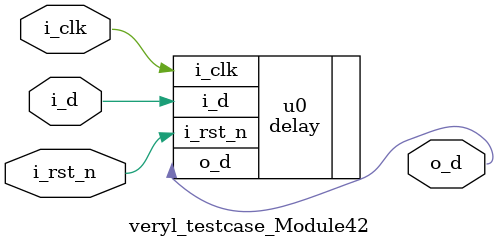
<source format=sv>
module veryl_testcase_Module42 (
    input  logic i_clk  ,
    input  logic i_rst_n,
    input  logic i_d    ,
    output logic o_d
);
    localparam int unsigned a = pkg::paramA;

    delay u0 (
        .i_clk   (i_clk  ),
        .i_rst_n (i_rst_n),
        .i_d     (i_d    ),
        .o_d     (o_d    )
    );
endmodule

</source>
